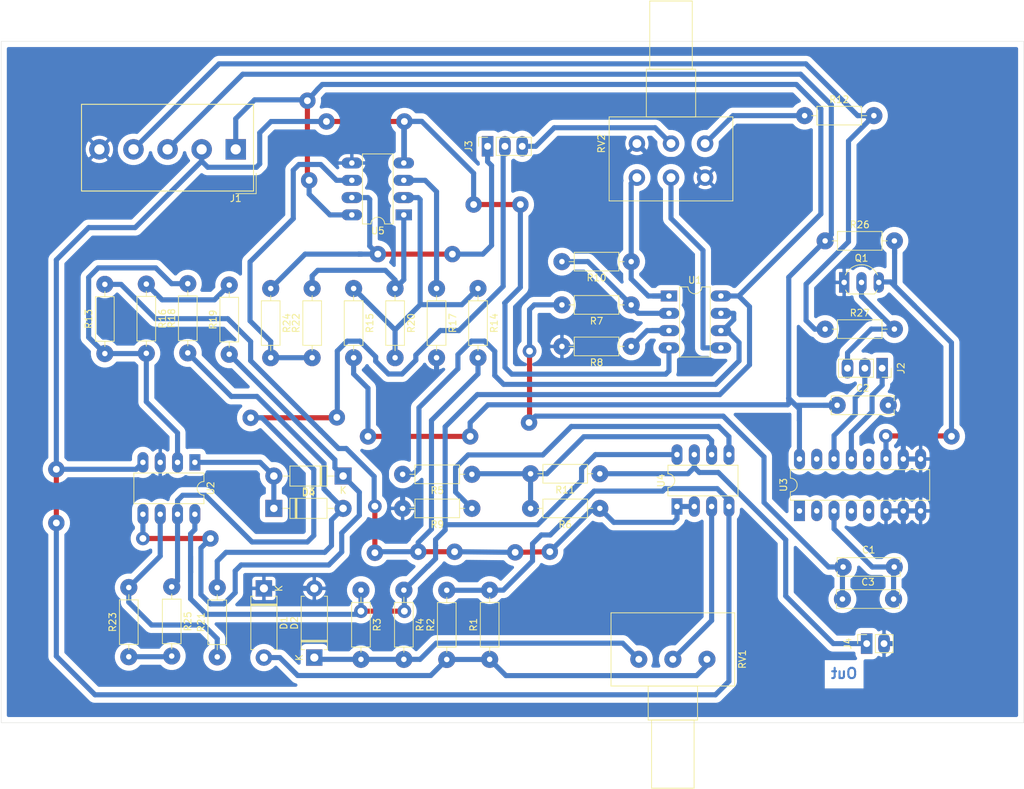
<source format=kicad_pcb>
(kicad_pcb (version 20171130) (host pcbnew "(5.1.6)-1")
  (layers (0 F.Cu signal) (31 B.Cu signal) (34 B.Paste user) (35 F.Paste user) (36 B.SilkS user) (37 F.SilkS user) (38 B.Mask user) (39 F.Mask user) (44 Edge.Cuts user))
  (net 0 "")
  (net 1 "Net-(C1-Pad1)")
  (net 2 /Input)
  (net 3 GND)
  (net 4 "Net-(D1-Pad2)")
  (net 5 "Net-(D2-Pad1)")
  (net 6 "Net-(D3-Pad2)")
  (net 7 "Net-(D3-Pad1)")
  (net 8 "Net-(D4-Pad1)")
  (net 9 /-12V)
  (net 10 /+12V)
  (net 11 /+5V)
  (net 12 /+3.3V)
  (net 13 /PolarityDac)
  (net 14 /OffsetDac)
  (net 15 /AmpDac)
  (net 16 /Output)
  (net 17 /AmpOut)
  (net 18 "Net-(R11-Pad2)")
  (net 19 /OffsetOut)
  (net 20 "Net-(R10-Pad2)")
  (net 21 "Net-(R8-Pad1)")
  (net 22 "Net-(R9-Pad1)")
  (net 23 "Net-(R10-Pad1)")
  (net 24 "Net-(R12-Pad1)")
  (net 25 "Net-(R13-Pad1)")
  (net 26 "Net-(R14-Pad1)")
  (net 27 "Net-(R16-Pad1)")
  (net 28 "Net-(R17-Pad1)")
  (net 29 "Net-(R20-Pad1)")
  (net 30 "Net-(R21-Pad1)")
  (net 31 "Net-(R22-Pad1)")
  (net 32 "Net-(R23-Pad1)")
  (net 33 "Net-(RV1-Pad2)")
  (net 34 "Net-(RV2-Pad5)")
  (net 35 /PWMInput)
  (net 36 /DACInput)
  (net 37 /A)
  (net 38 "Net-(U3-Pad4)")
  (net 39 "Net-(U3-Pad12)")
  (net 40 "Net-(U3-Pad5)")
  (net 41 "Net-(U3-Pad15)")
  (net 42 /ChSelect)
  (net 43 "Net-(U3-Pad2)")
  (net 44 "Net-(U3-Pad1)")
  (module Capacitor_THT:C_Rect_L9.0mm_W2.5mm_P7.50mm_MKT (layer F.Cu) (at 200.406 117.856)
    (fp_text reference C3 (at 3.75 -2.5) (layer F.SilkS))
    (fp_text value 100nF)
    (pad 2 thru_hole circle (at 7.5 0) (size 2.5 2.5) (drill 0.8) (layers *.Cu *.Mask) (net 2 /Input))
    (pad 1 thru_hole circle (at 0 0) (size 2.5 2.5) (drill 0.8) (layers *.Cu *.Mask) (net 1 "Net-(C1-Pad1)"))
  )
  (module Resistor_THT:R_Axial_DIN0207_L6.3mm_D2.5mm_P10.16mm_Horizontal (layer F.Cu) (at 95.719 126.323 90)
    (fp_text reference R23 (at 5.08 -2.37 90) (layer F.SilkS))
    (fp_text value 3.3k)
    (pad 1 thru_hole circle (at 0 0 90) (size 2.5 2.5) (drill 0.8) (layers *.Cu *.Mask) (net 32 "Net-(R23-Pad1)"))
    (pad 2 thru_hole oval (at 10.16 0 90) (size 2.5 2.5) (drill 0.8) (layers *.Cu *.Mask) (net 30 "Net-(R21-Pad1)"))
  )
  (module Resistor_THT:R_Axial_DIN0207_L6.3mm_D2.5mm_P10.16mm_Horizontal (layer F.Cu) (at 102.013 116.063 270)
    (fp_text reference R25 (at 5.08 -2.37 90) (layer F.SilkS))
    (fp_text value 2.7k)
    (pad 2 thru_hole oval (at 10.16 0 270) (size 2.5 2.5) (drill 0.8) (layers *.Cu *.Mask) (net 32 "Net-(R23-Pad1)"))
    (pad 1 thru_hole circle (at 0 0 270) (size 2.5 2.5) (drill 0.8) (layers *.Cu *.Mask) (net 14 /OffsetDac))
  )
  (module Resistor_THT:R_Axial_DIN0207_L6.3mm_D2.5mm_P10.16mm_Horizontal (layer F.Cu) (at 197.866 78.232)
    (fp_text reference R27 (at 5.08 -2.37) (layer F.SilkS))
    (fp_text value 10k)
    (pad 2 thru_hole oval (at 10.16 0) (size 2.5 2.5) (drill 0.8) (layers *.Cu *.Mask) (net 42 /ChSelect))
    (pad 1 thru_hole circle (at 0 0) (size 2.5 2.5) (drill 0.8) (layers *.Cu *.Mask) (net 12 /+3.3V))
  )
  (module Package_TO_SOT_THT:TO-92L_Inline_Wide (layer F.Cu) (at 200.66 71.374)
    (fp_text reference Q1 (at 2.54 -3.56) (layer F.SilkS))
    (fp_text value BF245B)
    (pad 1 thru_hole rect (at 0 0) (size 1.5 3) (drill 0.8) (layers *.Cu *.Mask) (net 3 GND))
    (pad 3 thru_hole oval (at 5.08 0) (size 1.5 3) (drill 0.8) (layers *.Cu *.Mask) (net 37 /A))
    (pad 2 thru_hole oval (at 2.54 0) (size 1.5 3) (drill 0.8) (layers *.Cu *.Mask) (net 42 /ChSelect))
  )
  (module Resistor_THT:R_Axial_DIN0207_L6.3mm_D2.5mm_P10.16mm_Horizontal (layer F.Cu) (at 197.866 65.278)
    (fp_text reference R26 (at 5.08 -2.37) (layer F.SilkS))
    (fp_text value 10k)
    (pad 2 thru_hole oval (at 10.16 0) (size 2.5 2.5) (drill 0.8) (layers *.Cu *.Mask) (net 37 /A))
    (pad 1 thru_hole circle (at 0 0) (size 2.5 2.5) (drill 0.8) (layers *.Cu *.Mask) (net 11 /+5V))
  )
  (module Connector_PinSocket_2.54mm:PinSocket_1x03_P2.54mm_Vertical (layer F.Cu) (at 206.232 83.972 270)
    (fp_text reference J2 (at 0 -2.77 90) (layer F.SilkS))
    (fp_text value Conn_01x03_Male)
    (pad 3 thru_hole oval (at 0 5.08 270) (size 3 1.7) (drill 1) (layers *.Cu *.Mask) (net 42 /ChSelect))
    (pad 2 thru_hole oval (at 0 2.54 270) (size 3 1.7) (drill 1) (layers *.Cu *.Mask) (net 35 /PWMInput))
    (pad 1 thru_hole rect (at 0 0 270) (size 3 1.7) (drill 1) (layers *.Cu *.Mask) (net 36 /DACInput))
  )
  (module Connector_PinSocket_2.54mm:PinSocket_1x02_P2.54mm_Vertical (layer F.Cu) (at 203.967 124.397 90)
    (fp_text reference J4 (at 0 -2.77 90) (layer F.SilkS))
    (fp_text value Conn_01x02_Male)
    (pad 2 thru_hole oval (at 0 2.54 90) (size 3 1.7) (drill 1) (layers *.Cu *.Mask) (net 3 GND))
    (pad 1 thru_hole rect (at 0 0 90) (size 3 1.7) (drill 1) (layers *.Cu *.Mask) (net 16 /Output))
  )
  (module Connector_PinSocket_2.54mm:PinSocket_1x03_P2.54mm_Vertical (layer F.Cu) (at 148.352 51.397 90)
    (fp_text reference J3 (at 0 -2.77 90) (layer F.SilkS))
    (fp_text value Conn_01x03_Male)
    (pad 3 thru_hole oval (at 0 5.08 90) (size 3 1.7) (drill 1) (layers *.Cu *.Mask) (net 15 /AmpDac))
    (pad 2 thru_hole oval (at 0 2.54 90) (size 3 1.7) (drill 1) (layers *.Cu *.Mask) (net 14 /OffsetDac))
    (pad 1 thru_hole rect (at 0 0 90) (size 3 1.7) (drill 1) (layers *.Cu *.Mask) (net 13 /PolarityDac))
  )
  (module Package_DIP:DIP-16_W7.62mm_LongPads (layer F.Cu) (at 194.097 104.917 90)
    (fp_text reference U3 (at 3.81 -2.33 90) (layer F.SilkS))
    (fp_text value CD4051B)
    (pad 16 thru_hole oval (at 7.62 0 90) (size 3 1.6) (drill 0.8) (layers *.Cu *.Mask) (net 11 /+5V))
    (pad 8 thru_hole oval (at 0 17.78 90) (size 3 1.6) (drill 0.8) (layers *.Cu *.Mask) (net 3 GND))
    (pad 15 thru_hole oval (at 7.62 2.54 90) (size 3 1.6) (drill 0.8) (layers *.Cu *.Mask) (net 41 "Net-(U3-Pad15)"))
    (pad 7 thru_hole oval (at 0 15.24 90) (size 3 1.6) (drill 0.8) (layers *.Cu *.Mask) (net 3 GND))
    (pad 14 thru_hole oval (at 7.62 5.08 90) (size 3 1.6) (drill 0.8) (layers *.Cu *.Mask) (net 35 /PWMInput))
    (pad 6 thru_hole oval (at 0 12.7 90) (size 3 1.6) (drill 0.8) (layers *.Cu *.Mask) (net 3 GND))
    (pad 13 thru_hole oval (at 7.62 7.62 90) (size 3 1.6) (drill 0.8) (layers *.Cu *.Mask) (net 36 /DACInput))
    (pad 5 thru_hole oval (at 0 10.16 90) (size 3 1.6) (drill 0.8) (layers *.Cu *.Mask) (net 40 "Net-(U3-Pad5)"))
    (pad 12 thru_hole oval (at 7.62 10.16 90) (size 3 1.6) (drill 0.8) (layers *.Cu *.Mask) (net 39 "Net-(U3-Pad12)"))
    (pad 4 thru_hole oval (at 0 7.62 90) (size 3 1.6) (drill 0.8) (layers *.Cu *.Mask) (net 38 "Net-(U3-Pad4)"))
    (pad 11 thru_hole oval (at 7.62 12.7 90) (size 3 1.6) (drill 0.8) (layers *.Cu *.Mask) (net 37 /A))
    (pad 3 thru_hole oval (at 0 5.08 90) (size 3 1.6) (drill 0.8) (layers *.Cu *.Mask) (net 2 /Input))
    (pad 10 thru_hole oval (at 7.62 15.24 90) (size 3 1.6) (drill 0.8) (layers *.Cu *.Mask) (net 3 GND))
    (pad 2 thru_hole oval (at 0 2.54 90) (size 3 1.6) (drill 0.8) (layers *.Cu *.Mask) (net 43 "Net-(U3-Pad2)"))
    (pad 9 thru_hole oval (at 7.62 17.78 90) (size 3 1.6) (drill 0.8) (layers *.Cu *.Mask) (net 3 GND))
    (pad 1 thru_hole rect (at 0 0 90) (size 3 1.6) (drill 0.8) (layers *.Cu *.Mask) (net 44 "Net-(U3-Pad1)"))
  )
  (module TerminalBlock_Altech:Altech_AK300_1x05_P5.00mm_45-Degree (layer F.Cu) (at 111.407 51.847 180)
    (fp_text reference J1 (at 0 -7.2) (layer F.SilkS))
    (fp_text value Screw_Terminal_01x05)
    (pad 1 thru_hole rect (at 0 0 180) (size 3 3) (drill 1.5) (layers *.Cu *.Mask) (net 10 /+12V))
    (pad 2 thru_hole circle (at 5 0 180) (size 3 3) (drill 1.5) (layers *.Cu *.Mask) (net 9 /-12V))
    (pad 3 thru_hole circle (at 10 0 180) (size 3 3) (drill 1.5) (layers *.Cu *.Mask) (net 11 /+5V))
    (pad 4 thru_hole circle (at 15 0 180) (size 3 3) (drill 1.5) (layers *.Cu *.Mask) (net 12 /+3.3V))
    (pad 5 thru_hole circle (at 20 0 180) (size 3 3) (drill 1.5) (layers *.Cu *.Mask) (net 3 GND))
  )
  (module Resistor_THT:R_Axial_DIN0207_L6.3mm_D2.5mm_P10.16mm_Horizontal (layer F.Cu) (at 169.418 68.326 180)
    (fp_text reference R10 (at 5.08 -2.37) (layer F.SilkS))
    (fp_text value 33k)
    (pad 1 thru_hole circle (at 0 0 180) (size 2.5 2.5) (drill 0.8) (layers *.Cu *.Mask) (net 23 "Net-(R10-Pad1)"))
    (pad 2 thru_hole oval (at 10.16 0 180) (size 2.5 2.5) (drill 0.8) (layers *.Cu *.Mask) (net 20 "Net-(R10-Pad2)"))
  )
  (module Resistor_THT:R_Axial_DIN0207_L6.3mm_D2.5mm_P10.16mm_Horizontal (layer F.Cu) (at 169.418 74.676 180)
    (fp_text reference R7 (at 5.08 -2.37) (layer F.SilkS))
    (fp_text value 5.6k)
    (pad 1 thru_hole circle (at 0 0 180) (size 2.5 2.5) (drill 0.8) (layers *.Cu *.Mask) (net 20 "Net-(R10-Pad2)"))
    (pad 2 thru_hole oval (at 10.16 0 180) (size 2.5 2.5) (drill 0.8) (layers *.Cu *.Mask) (net 1 "Net-(C1-Pad1)"))
  )
  (module Resistor_THT:R_Axial_DIN0207_L6.3mm_D2.5mm_P10.16mm_Horizontal (layer F.Cu) (at 169.418 80.772 180)
    (fp_text reference R8 (at 5.08 -2.37) (layer F.SilkS))
    (fp_text value 10k)
    (pad 2 thru_hole oval (at 10.16 0 180) (size 2.5 2.5) (drill 0.8) (layers *.Cu *.Mask) (net 3 GND))
    (pad 1 thru_hole circle (at 0 0 180) (size 2.5 2.5) (drill 0.8) (layers *.Cu *.Mask) (net 21 "Net-(R8-Pad1)"))
  )
  (module Potentiometer_THT:Potentiometer_Alps_RK163_Single_Horizontal (layer F.Cu) (at 170.532 126.697 270)
    (fp_text reference RV1 (at 0 -15.2 90) (layer F.SilkS))
    (fp_text value 10k)
    (pad 1 thru_hole circle (at 0 0 270) (size 2.5 2.5) (drill 1) (layers *.Cu *.Mask) (net 5 "Net-(D2-Pad1)"))
    (pad 2 thru_hole circle (at 0 -5 270) (size 2.5 2.5) (drill 1) (layers *.Cu *.Mask) (net 33 "Net-(RV1-Pad2)"))
    (pad 3 thru_hole circle (at 0 -10 270) (size 2.5 2.5) (drill 1) (layers *.Cu *.Mask) (net 4 "Net-(D1-Pad2)"))
  )
  (module Potentiometer_THT:Potentiometer_Alps_RK163_Dual_Horizontal (layer F.Cu) (at 180.257 50.997 90)
    (fp_text reference RV2 (at 0 -15.2 90) (layer F.SilkS))
    (fp_text value 100k)
    (pad 4 thru_hole circle (at -5 0 90) (size 2.4 2.4) (drill 1.3) (layers *.Cu *.Mask) (net 3 GND))
    (pad 5 thru_hole circle (at -5 -5 90) (size 2.4 2.4) (drill 1.3) (layers *.Cu *.Mask) (net 34 "Net-(RV2-Pad5)"))
    (pad 6 thru_hole circle (at -5 -10 90) (size 2.4 2.4) (drill 1.3) (layers *.Cu *.Mask) (net 23 "Net-(R10-Pad1)"))
    (pad 1 thru_hole circle (at 0 0 90) (size 2.4 2.4) (drill 1.3) (layers *.Cu *.Mask) (net 24 "Net-(R12-Pad1)"))
    (pad 2 thru_hole circle (at 0 -5 90) (size 2.4 2.4) (drill 1.3) (layers *.Cu *.Mask) (net 15 /AmpDac))
    (pad 3 thru_hole circle (at 0 -10 90) (size 2.4 2.4) (drill 1.3) (layers *.Cu *.Mask) (net 3 GND))
  )
  (module Resistor_THT:R_Axial_DIN0207_L6.3mm_D2.5mm_P10.16mm_Horizontal (layer F.Cu) (at 146.049 104.547 180)
    (fp_text reference R9 (at 5.08 -2.37) (layer F.SilkS))
    (fp_text value 10k)
    (pad 2 thru_hole oval (at 10.16 0 180) (size 2.5 2.5) (drill 0.8) (layers *.Cu *.Mask) (net 3 GND))
    (pad 1 thru_hole circle (at 0 0 180) (size 2.5 2.5) (drill 0.8) (layers *.Cu *.Mask) (net 22 "Net-(R9-Pad1)"))
  )
  (module Resistor_THT:R_Axial_DIN0207_L6.3mm_D2.5mm_P10.16mm_Horizontal (layer F.Cu) (at 164.817 99.4637 180)
    (fp_text reference R11 (at 5.08 -2.37) (layer F.SilkS))
    (fp_text value 10k)
    (pad 1 thru_hole circle (at 0 0 180) (size 2.5 2.5) (drill 0.8) (layers *.Cu *.Mask) (net 16 /Output))
    (pad 2 thru_hole oval (at 10.16 0 180) (size 2.5 2.5) (drill 0.8) (layers *.Cu *.Mask) (net 18 "Net-(R11-Pad2)"))
  )
  (module Resistor_THT:R_Axial_DIN0207_L6.3mm_D2.5mm_P10.16mm_Horizontal (layer F.Cu) (at 146.049 99.547 180)
    (fp_text reference R5 (at 5.08 -2.37) (layer F.SilkS))
    (fp_text value 10k)
    (pad 1 thru_hole circle (at 0 0 180) (size 2.5 2.5) (drill 0.8) (layers *.Cu *.Mask) (net 18 "Net-(R11-Pad2)"))
    (pad 2 thru_hole oval (at 10.16 0 180) (size 2.5 2.5) (drill 0.8) (layers *.Cu *.Mask) (net 17 /AmpOut))
  )
  (module Diode_THT:D_DO-15_P10.16mm_Horizontal (layer F.Cu) (at 115.538 116.287 270)
    (fp_text reference D1 (at 5.08 -2.92 270) (layer F.SilkS))
    (fp_text value D_Zener)
    (fp_text user K (at 0 -2.2 270) (layer F.SilkS))
    (pad 1 thru_hole rect (at 0 0 270) (size 2.4 2.4) (drill 1.2) (layers *.Cu *.Mask) (net 3 GND))
    (pad 2 thru_hole oval (at 10.16 0 270) (size 2.4 2.4) (drill 1.2) (layers *.Cu *.Mask) (net 4 "Net-(D1-Pad2)"))
  )
  (module Diode_THT:D_DO-15_P10.16mm_Horizontal (layer F.Cu) (at 122.932 126.447 90)
    (fp_text reference D2 (at 5.08 -2.92 270) (layer F.SilkS))
    (fp_text value D_Zener)
    (fp_text user K (at 0 -2.2 270) (layer F.SilkS))
    (pad 2 thru_hole oval (at 10.16 0 90) (size 2.4 2.4) (drill 1.2) (layers *.Cu *.Mask) (net 3 GND))
    (pad 1 thru_hole rect (at 0 0 90) (size 2.4 2.4) (drill 1.2) (layers *.Cu *.Mask) (net 5 "Net-(D2-Pad1)"))
  )
  (module Diode_THT:D_DO-41_SOD81_P10.16mm_Horizontal (layer F.Cu) (at 116.997 104.547)
    (fp_text reference D3 (at 5.08 -2.47) (layer F.SilkS))
    (fp_text value 1N4007)
    (pad 1 thru_hole rect (at 0 0) (size 2.5 2.5) (drill 1.1) (layers *.Cu *.Mask) (net 7 "Net-(D3-Pad1)"))
    (pad 2 thru_hole oval (at 10.16 0) (size 2.5 2.5) (drill 1.1) (layers *.Cu *.Mask) (net 6 "Net-(D3-Pad2)"))
  )
  (module Diode_THT:D_DO-41_SOD81_P10.16mm_Horizontal (layer F.Cu) (at 127.157 99.797 180)
    (fp_text reference D4 (at 5.08 -2.47) (layer F.SilkS))
    (fp_text value 1N4007)
    (fp_text user K (at 0 -2.1) (layer F.SilkS))
    (pad 2 thru_hole oval (at 10.16 0 180) (size 2.5 2.5) (drill 1.1) (layers *.Cu *.Mask) (net 7 "Net-(D3-Pad1)"))
    (pad 1 thru_hole rect (at 0 0 180) (size 2.5 2.5) (drill 1.1) (layers *.Cu *.Mask) (net 8 "Net-(D4-Pad1)"))
  )
  (module Resistor_THT:R_Axial_DIN0207_L6.3mm_D2.5mm_P10.16mm_Horizontal (layer F.Cu) (at 148.657 126.707 90)
    (fp_text reference R1 (at 5.08 -2.37 270) (layer F.SilkS))
    (fp_text value 8.2k)
    (pad 2 thru_hole oval (at 10.16 0 90) (size 2.5 2.5) (drill 0.8) (layers *.Cu *.Mask) (net 9 /-12V))
    (pad 1 thru_hole circle (at 0 0 90) (size 2.5 2.5) (drill 0.8) (layers *.Cu *.Mask) (net 4 "Net-(D1-Pad2)"))
  )
  (module Resistor_THT:R_Axial_DIN0207_L6.3mm_D2.5mm_P10.16mm_Horizontal (layer F.Cu) (at 142.363 126.725 90)
    (fp_text reference R2 (at 5.08 -2.37 270) (layer F.SilkS))
    (fp_text value 47k)
    (pad 1 thru_hole circle (at 0 0 90) (size 2.5 2.5) (drill 0.8) (layers *.Cu *.Mask) (net 4 "Net-(D1-Pad2)"))
    (pad 2 thru_hole oval (at 10.16 0 90) (size 2.5 2.5) (drill 0.8) (layers *.Cu *.Mask) (net 9 /-12V))
  )
  (module Resistor_THT:R_Axial_DIN0207_L6.3mm_D2.5mm_P10.16mm_Horizontal (layer F.Cu) (at 129.776 116.547 270)
    (fp_text reference R3 (at 5.08 -2.37 270) (layer F.SilkS))
    (fp_text value 8.2k)
    (pad 1 thru_hole circle (at 0 0 270) (size 2.5 2.5) (drill 0.8) (layers *.Cu *.Mask) (net 10 /+12V))
    (pad 2 thru_hole oval (at 10.16 0 270) (size 2.5 2.5) (drill 0.8) (layers *.Cu *.Mask) (net 5 "Net-(D2-Pad1)"))
  )
  (module Resistor_THT:R_Axial_DIN0207_L6.3mm_D2.5mm_P10.16mm_Horizontal (layer F.Cu) (at 136.069 116.547 270)
    (fp_text reference R4 (at 5.08 -2.37 270) (layer F.SilkS))
    (fp_text value 47k)
    (pad 2 thru_hole oval (at 10.16 0 270) (size 2.5 2.5) (drill 0.8) (layers *.Cu *.Mask) (net 5 "Net-(D2-Pad1)"))
    (pad 1 thru_hole circle (at 0 0 270) (size 2.5 2.5) (drill 0.8) (layers *.Cu *.Mask) (net 10 /+12V))
  )
  (module Resistor_THT:R_Axial_DIN0207_L6.3mm_D2.5mm_P10.16mm_Horizontal (layer F.Cu) (at 164.817 104.547 180)
    (fp_text reference R6 (at 5.08 -2.37) (layer F.SilkS))
    (fp_text value 10k)
    (pad 2 thru_hole oval (at 10.16 0 180) (size 2.5 2.5) (drill 0.8) (layers *.Cu *.Mask) (net 18 "Net-(R11-Pad2)"))
    (pad 1 thru_hole circle (at 0 0 180) (size 2.5 2.5) (drill 0.8) (layers *.Cu *.Mask) (net 19 /OffsetOut))
  )
  (module Resistor_THT:R_Axial_DIN0207_L6.3mm_D2.5mm_P10.16mm_Horizontal (layer F.Cu) (at 194.857 46.897)
    (fp_text reference R12 (at 5.08 -2.37) (layer F.SilkS))
    (fp_text value 10k)
    (pad 2 thru_hole oval (at 10.16 0) (size 2.5 2.5) (drill 0.8) (layers *.Cu *.Mask) (net 12 /+3.3V))
    (pad 1 thru_hole circle (at 0 0) (size 2.5 2.5) (drill 0.8) (layers *.Cu *.Mask) (net 24 "Net-(R12-Pad1)"))
  )
  (module Resistor_THT:R_Axial_DIN0207_L6.3mm_D2.5mm_P10.16mm_Horizontal (layer F.Cu) (at 92.207 81.822 90)
    (fp_text reference R13 (at 5.08 -2.37 90) (layer F.SilkS))
    (fp_text value 10k)
    (pad 2 thru_hole oval (at 10.16 0 90) (size 2.5 2.5) (drill 0.8) (layers *.Cu *.Mask) (net 19 /OffsetOut))
    (pad 1 thru_hole circle (at 0 0 90) (size 2.5 2.5) (drill 0.8) (layers *.Cu *.Mask) (net 25 "Net-(R13-Pad1)"))
  )
  (module Resistor_THT:R_Axial_DIN0207_L6.3mm_D2.5mm_P10.16mm_Horizontal (layer F.Cu) (at 146.947 72.2694 270)
    (fp_text reference R14 (at 5.08 -2.37 90) (layer F.SilkS))
    (fp_text value 33k)
    (pad 1 thru_hole circle (at 0 0 270) (size 2.5 2.5) (drill 0.8) (layers *.Cu *.Mask) (net 26 "Net-(R14-Pad1)"))
    (pad 2 thru_hole oval (at 10.16 0 270) (size 2.5 2.5) (drill 0.8) (layers *.Cu *.Mask) (net 19 /OffsetOut))
  )
  (module Resistor_THT:R_Axial_DIN0207_L6.3mm_D2.5mm_P10.16mm_Horizontal (layer F.Cu) (at 128.7 72.2694 270)
    (fp_text reference R15 (at 5.08 -2.37 90) (layer F.SilkS))
    (fp_text value 33k)
    (pad 2 thru_hole oval (at 10.16 0 270) (size 2.5 2.5) (drill 0.8) (layers *.Cu *.Mask) (net 11 /+5V))
    (pad 1 thru_hole circle (at 0 0 270) (size 2.5 2.5) (drill 0.8) (layers *.Cu *.Mask) (net 26 "Net-(R14-Pad1)"))
  )
  (module Resistor_THT:R_Axial_DIN0207_L6.3mm_D2.5mm_P10.16mm_Horizontal (layer F.Cu) (at 98.2892 71.622 270)
    (fp_text reference R16 (at 5.08 -2.37 90) (layer F.SilkS))
    (fp_text value 3.3k)
    (pad 2 thru_hole oval (at 10.16 0 270) (size 2.5 2.5) (drill 0.8) (layers *.Cu *.Mask) (net 25 "Net-(R13-Pad1)"))
    (pad 1 thru_hole circle (at 0 0 270) (size 2.5 2.5) (drill 0.8) (layers *.Cu *.Mask) (net 27 "Net-(R16-Pad1)"))
  )
  (module Resistor_THT:R_Axial_DIN0207_L6.3mm_D2.5mm_P10.16mm_Horizontal (layer F.Cu) (at 140.865 72.2694 270)
    (fp_text reference R17 (at 5.08 -2.37 90) (layer F.SilkS))
    (fp_text value 10k)
    (pad 2 thru_hole oval (at 10.16 0 270) (size 2.5 2.5) (drill 0.8) (layers *.Cu *.Mask) (net 3 GND))
    (pad 1 thru_hole circle (at 0 0 270) (size 2.5 2.5) (drill 0.8) (layers *.Cu *.Mask) (net 28 "Net-(R17-Pad1)"))
  )
  (module Resistor_THT:R_Axial_DIN0207_L6.3mm_D2.5mm_P10.16mm_Horizontal (layer F.Cu) (at 104.371 81.722 90)
    (fp_text reference R18 (at 5.08 -2.37 90) (layer F.SilkS))
    (fp_text value 10k)
    (pad 1 thru_hole circle (at 0 0 90) (size 2.5 2.5) (drill 0.8) (layers *.Cu *.Mask) (net 6 "Net-(D3-Pad2)"))
    (pad 2 thru_hole oval (at 10.16 0 90) (size 2.5 2.5) (drill 0.8) (layers *.Cu *.Mask) (net 25 "Net-(R13-Pad1)"))
  )
  (module Resistor_THT:R_Axial_DIN0207_L6.3mm_D2.5mm_P10.16mm_Horizontal (layer F.Cu) (at 110.454 81.922 90)
    (fp_text reference R19 (at 5.08 -2.37 90) (layer F.SilkS))
    (fp_text value 2.7k)
    (pad 1 thru_hole circle (at 0 0 90) (size 2.5 2.5) (drill 0.8) (layers *.Cu *.Mask) (net 8 "Net-(D4-Pad1)"))
    (pad 2 thru_hole oval (at 10.16 0 90) (size 2.5 2.5) (drill 0.8) (layers *.Cu *.Mask) (net 27 "Net-(R16-Pad1)"))
  )
  (module Resistor_THT:R_Axial_DIN0207_L6.3mm_D2.5mm_P10.16mm_Horizontal (layer F.Cu) (at 134.783 72.2694 270)
    (fp_text reference R20 (at 5.08 -2.37 90) (layer F.SilkS))
    (fp_text value 10k)
    (pad 1 thru_hole circle (at 0 0 270) (size 2.5 2.5) (drill 0.8) (layers *.Cu *.Mask) (net 29 "Net-(R20-Pad1)"))
    (pad 2 thru_hole oval (at 10.16 0 270) (size 2.5 2.5) (drill 0.8) (layers *.Cu *.Mask) (net 26 "Net-(R14-Pad1)"))
  )
  (module Resistor_THT:R_Axial_DIN0207_L6.3mm_D2.5mm_P10.16mm_Horizontal (layer F.Cu) (at 108.695 126.343 90)
    (fp_text reference R21 (at 5.08 -2.37 90) (layer F.SilkS))
    (fp_text value 10k)
    (pad 1 thru_hole circle (at 0 0 90) (size 2.5 2.5) (drill 0.8) (layers *.Cu *.Mask) (net 30 "Net-(R21-Pad1)"))
    (pad 2 thru_hole oval (at 10.16 0 90) (size 2.5 2.5) (drill 0.8) (layers *.Cu *.Mask) (net 6 "Net-(D3-Pad2)"))
  )
  (module Resistor_THT:R_Axial_DIN0207_L6.3mm_D2.5mm_P10.16mm_Horizontal (layer F.Cu) (at 122.618 82.4294 90)
    (fp_text reference R22 (at 5.08 -2.37 90) (layer F.SilkS))
    (fp_text value 10k)
    (pad 1 thru_hole circle (at 0 0 90) (size 2.5 2.5) (drill 0.8) (layers *.Cu *.Mask) (net 31 "Net-(R22-Pad1)"))
    (pad 2 thru_hole oval (at 10.16 0 90) (size 2.5 2.5) (drill 0.8) (layers *.Cu *.Mask) (net 29 "Net-(R20-Pad1)"))
  )
  (module Resistor_THT:R_Axial_DIN0207_L6.3mm_D2.5mm_P10.16mm_Horizontal (layer F.Cu) (at 116.536 72.2694 270)
    (fp_text reference R24 (at 5.08 -2.37 90) (layer F.SilkS))
    (fp_text value 10k)
    (pad 2 thru_hole oval (at 10.16 0 270) (size 2.5 2.5) (drill 0.8) (layers *.Cu *.Mask) (net 31 "Net-(R22-Pad1)"))
    (pad 1 thru_hole circle (at 0 0 270) (size 2.5 2.5) (drill 0.8) (layers *.Cu *.Mask) (net 13 /PolarityDac))
  )
  (module Package_DIP:DIP-8_W7.62mm_LongPads (layer F.Cu) (at 174.96 73.3709)
    (fp_text reference U1 (at 3.81 -2.33) (layer F.SilkS))
    (fp_text value TL072)
    (pad 8 thru_hole oval (at 7.62 0) (size 3 1.6) (drill 0.8) (layers *.Cu *.Mask) (net 10 /+12V))
    (pad 4 thru_hole oval (at 0 7.62) (size 3 1.6) (drill 0.8) (layers *.Cu *.Mask) (net 9 /-12V))
    (pad 7 thru_hole oval (at 7.62 2.54) (size 3 1.6) (drill 0.8) (layers *.Cu *.Mask) (net 17 /AmpOut))
    (pad 3 thru_hole oval (at 0 5.08) (size 3 1.6) (drill 0.8) (layers *.Cu *.Mask) (net 21 "Net-(R8-Pad1)"))
    (pad 6 thru_hole oval (at 7.62 5.08) (size 3 1.6) (drill 0.8) (layers *.Cu *.Mask) (net 17 /AmpOut))
    (pad 2 thru_hole oval (at 0 2.54) (size 3 1.6) (drill 0.8) (layers *.Cu *.Mask) (net 20 "Net-(R10-Pad2)"))
    (pad 5 thru_hole oval (at 7.62 7.62) (size 3 1.6) (drill 0.8) (layers *.Cu *.Mask) (net 34 "Net-(RV2-Pad5)"))
    (pad 1 thru_hole rect (at 0 0) (size 2.4 1.6) (drill 0.8) (layers *.Cu *.Mask) (net 23 "Net-(R10-Pad1)"))
  )
  (module Package_DIP:DIP-8_W7.62mm_LongPads (layer F.Cu) (at 105.41 97.79 270)
    (fp_text reference U2 (at 3.81 -2.33 90) (layer F.SilkS))
    (fp_text value TL072)
    (pad 8 thru_hole oval (at 7.62 0 270) (size 3 1.6) (drill 0.8) (layers *.Cu *.Mask) (net 10 /+12V))
    (pad 4 thru_hole oval (at 0 7.62 270) (size 3 1.6) (drill 0.8) (layers *.Cu *.Mask) (net 9 /-12V))
    (pad 7 thru_hole oval (at 7.62 2.54 270) (size 3 1.6) (drill 0.8) (layers *.Cu *.Mask) (net 14 /OffsetDac))
    (pad 3 thru_hole oval (at 0 5.08 270) (size 3 1.6) (drill 0.8) (layers *.Cu *.Mask) (net 3 GND))
    (pad 6 thru_hole oval (at 7.62 5.08 270) (size 3 1.6) (drill 0.8) (layers *.Cu *.Mask) (net 30 "Net-(R21-Pad1)"))
    (pad 2 thru_hole oval (at 0 2.54 270) (size 3 1.6) (drill 0.8) (layers *.Cu *.Mask) (net 25 "Net-(R13-Pad1)"))
    (pad 5 thru_hole oval (at 7.62 7.62 270) (size 3 1.6) (drill 0.8) (layers *.Cu *.Mask) (net 8 "Net-(D4-Pad1)"))
    (pad 1 thru_hole rect (at 0 0 270) (size 2.4 1.6) (drill 0.8) (layers *.Cu *.Mask) (net 7 "Net-(D3-Pad1)"))
  )
  (module Package_DIP:DIP-8_W7.62mm_LongPads (layer F.Cu) (at 176.137 104.272 90)
    (fp_text reference U4 (at 3.81 -2.33 90) (layer F.SilkS))
    (fp_text value TL072)
    (pad 8 thru_hole oval (at 7.62 0 90) (size 3 1.6) (drill 0.8) (layers *.Cu *.Mask) (net 10 /+12V))
    (pad 4 thru_hole oval (at 0 7.62 90) (size 3 1.6) (drill 0.8) (layers *.Cu *.Mask) (net 9 /-12V))
    (pad 7 thru_hole oval (at 7.62 2.54 90) (size 3 1.6) (drill 0.8) (layers *.Cu *.Mask) (net 16 /Output))
    (pad 3 thru_hole oval (at 0 5.08 90) (size 3 1.6) (drill 0.8) (layers *.Cu *.Mask) (net 33 "Net-(RV1-Pad2)"))
    (pad 6 thru_hole oval (at 7.62 5.08 90) (size 3 1.6) (drill 0.8) (layers *.Cu *.Mask) (net 18 "Net-(R11-Pad2)"))
    (pad 2 thru_hole oval (at 0 2.54 90) (size 3 1.6) (drill 0.8) (layers *.Cu *.Mask) (net 19 /OffsetOut))
    (pad 5 thru_hole oval (at 7.62 7.62 90) (size 3 1.6) (drill 0.8) (layers *.Cu *.Mask) (net 22 "Net-(R9-Pad1)"))
    (pad 1 thru_hole rect (at 0 0 90) (size 2.4 1.6) (drill 0.8) (layers *.Cu *.Mask) (net 19 /OffsetOut))
  )
  (module Package_DIP:DIP-8_W7.62mm_LongPads (layer F.Cu) (at 136.057 61.468 180)
    (fp_text reference U5 (at 3.81 -2.33) (layer F.SilkS))
    (fp_text value TL072)
    (pad 1 thru_hole rect (at 0 0 180) (size 2.4 1.6) (drill 0.8) (layers *.Cu *.Mask) (net 29 "Net-(R20-Pad1)"))
    (pad 5 thru_hole oval (at 7.62 7.62 180) (size 3 1.6) (drill 0.8) (layers *.Cu *.Mask) (net 3 GND))
    (pad 2 thru_hole oval (at 0 2.54 180) (size 3 1.6) (drill 0.8) (layers *.Cu *.Mask) (net 26 "Net-(R14-Pad1)"))
    (pad 6 thru_hole oval (at 7.62 5.08 180) (size 3 1.6) (drill 0.8) (layers *.Cu *.Mask) (net 31 "Net-(R22-Pad1)"))
    (pad 3 thru_hole oval (at 0 5.08 180) (size 3 1.6) (drill 0.8) (layers *.Cu *.Mask) (net 28 "Net-(R17-Pad1)"))
    (pad 7 thru_hole oval (at 7.62 2.54 180) (size 3 1.6) (drill 0.8) (layers *.Cu *.Mask) (net 13 /PolarityDac))
    (pad 4 thru_hole oval (at 0 7.62 180) (size 3 1.6) (drill 0.8) (layers *.Cu *.Mask) (net 9 /-12V))
    (pad 8 thru_hole oval (at 7.62 0 180) (size 3 1.6) (drill 0.8) (layers *.Cu *.Mask) (net 10 /+12V))
  )
  (module Capacitor_THT:C_Rect_L9.0mm_W2.5mm_P7.50mm_MKT (layer F.Cu) (at 200.507 113.147)
    (fp_text reference C1 (at 3.75 -2.5 180) (layer F.SilkS))
    (fp_text value 100n)
    (pad 1 thru_hole circle (at 0 0) (size 2.5 2.5) (drill 0.8) (layers *.Cu *.Mask) (net 1 "Net-(C1-Pad1)"))
    (pad 2 thru_hole circle (at 7.5 0) (size 2.5 2.5) (drill 0.8) (layers *.Cu *.Mask) (net 2 /Input))
  )
  (module Capacitor_THT:C_Rect_L9.0mm_W2.5mm_P7.50mm_MKT (layer F.Cu) (at 199.632 89.408)
    (fp_text reference C2 (at 3.75 -2.5 180) (layer F.SilkS))
    (fp_text value 100nF)
    (pad 2 thru_hole circle (at 7.5 0) (size 2.5 2.5) (drill 0.8) (layers *.Cu *.Mask) (net 3 GND))
    (pad 1 thru_hole circle (at 0 0) (size 2.5 2.5) (drill 0.8) (layers *.Cu *.Mask) (net 11 /+5V))
  )
  (gr_text Out (at 200.66 128.778) (layer B.Cu) (effects (font (size 1.5 1.5) (thickness 0.3)) (justify mirror)))
  (gr_line (start 227 136) (end 77 136) (layer Edge.Cuts) (width 0.05))
  (gr_line (start 227 36) (end 227 136) (layer Edge.Cuts) (width 0.05))
  (gr_line (start 77 36) (end 227 36) (layer Edge.Cuts) (width 0.05))
  (gr_line (start 77 136) (end 77 36) (layer Edge.Cuts) (width 0.05))
  (via (at 154.506719 81.459281) (size 2) (drill 1) (layers F.Cu B.Cu) (net 1))
  (segment (start 154.953238 81.9058) (end 154.506719 81.459281) (width 0.75) (layer B.Cu) (net 1))
  (via (at 154.432 91.948) (size 2.4) (drill 1) (layers F.Cu B.Cu) (net 1))
  (segment (start 154.506719 91.873281) (end 154.432 91.948) (width 0.75) (layer F.Cu) (net 1))
  (segment (start 154.506719 81.459281) (end 154.506719 91.873281) (width 0.75) (layer F.Cu) (net 1))
  (segment (start 198.3784 113.147) (end 200.507 113.147) (width 0.75) (layer B.Cu) (net 1))
  (segment (start 188.9032 103.6718) (end 198.3784 113.147) (width 0.75) (layer B.Cu) (net 1))
  (segment (start 154.432 91.948) (end 155.3753 91.0047) (width 0.75) (layer B.Cu) (net 1))
  (segment (start 155.3753 91.0047) (end 182.9191 91.0047) (width 0.75) (layer B.Cu) (net 1))
  (segment (start 182.9191 91.0047) (end 188.9032 96.9888) (width 0.75) (layer B.Cu) (net 1))
  (segment (start 188.9032 96.9888) (end 188.9032 103.6718) (width 0.75) (layer B.Cu) (net 1))
  (segment (start 154.506719 81.459281) (end 154.506719 75.363281) (width 0.75) (layer B.Cu) (net 1))
  (segment (start 155.194 74.676) (end 159.258 74.676) (width 0.75) (layer B.Cu) (net 1))
  (segment (start 154.506719 75.363281) (end 155.194 74.676) (width 0.75) (layer B.Cu) (net 1))
  (segment (start 200.406 113.248) (end 200.507 113.147) (width 0.75) (layer B.Cu) (net 1))
  (segment (start 200.406 117.348) (end 200.406 113.248) (width 0.75) (layer B.Cu) (net 1))
  (segment (start 199.177 104.917) (end 199.177 107.5423) (width 0.75) (layer B.Cu) (net 2))
  (segment (start 208.007 113.147) (end 204.7817 113.147) (width 0.75) (layer B.Cu) (net 2))
  (segment (start 204.7817 113.147) (end 199.177 107.5423) (width 0.75) (layer B.Cu) (net 2))
  (segment (start 207.906 113.248) (end 208.007 113.147) (width 0.75) (layer B.Cu) (net 2))
  (segment (start 207.906 117.856) (end 207.906 113.248) (width 0.75) (layer B.Cu) (net 2))
  (segment (start 122.932 116.287) (end 115.538 116.287) (width 0.75) (layer B.Cu) (net 3))
  (segment (start 171.1032 51.8431) (end 170.257 50.997) (width 0.75) (layer B.Cu) (net 3))
  (segment (start 177.6041 53.3224) (end 172.5824 53.3224) (width 0.75) (layer B.Cu) (net 3))
  (segment (start 172.5824 53.3224) (end 171.1032 51.8431) (width 0.75) (layer B.Cu) (net 3))
  (segment (start 177.6041 53.3224) (end 177.6041 53.3442) (width 0.75) (layer B.Cu) (net 3))
  (segment (start 177.6041 53.3442) (end 177.6042 53.3442) (width 0.75) (layer B.Cu) (net 3))
  (segment (start 177.6042 53.3442) (end 180.257 55.997) (width 0.75) (layer B.Cu) (net 3))
  (segment (start 206.797 103.6698) (end 206.797 101.147) (width 0.75) (layer B.Cu) (net 3))
  (segment (start 206.797 104.917) (end 206.797 103.6698) (width 0.75) (layer B.Cu) (net 3))
  (segment (start 206.507 124.397) (end 208.4823 124.397) (width 0.75) (layer B.Cu) (net 3))
  (segment (start 209.337 104.917) (end 209.337 110.955) (width 0.75) (layer B.Cu) (net 3))
  (segment (start 209.337 110.955) (end 210.4106 112.0286) (width 0.75) (layer B.Cu) (net 3))
  (segment (start 210.4106 112.0286) (end 210.4106 122.4687) (width 0.75) (layer B.Cu) (net 3))
  (segment (start 210.4106 122.4687) (end 208.4823 124.397) (width 0.75) (layer B.Cu) (net 3))
  (segment (start 209.337 97.297) (end 209.337 98.607) (width 0.75) (layer B.Cu) (net 3))
  (segment (start 209.337 98.607) (end 206.797 101.147) (width 0.75) (layer B.Cu) (net 3))
  (segment (start 209.337 93.477) (end 209.337 97.297) (width 0.75) (layer B.Cu) (net 3))
  (segment (start 211.877 97.297) (end 209.337 97.297) (width 0.75) (layer B.Cu) (net 3))
  (segment (start 206.797 104.917) (end 209.337 104.917) (width 0.75) (layer B.Cu) (net 3))
  (segment (start 209.337 104.917) (end 211.877 104.917) (width 0.75) (layer B.Cu) (net 3))
  (segment (start 133.5116 100.5366) (end 133.5116 92.1581) (width 0.75) (layer B.Cu) (net 3))
  (segment (start 135.1467 102.1717) (end 133.5116 100.5366) (width 0.75) (layer B.Cu) (net 3))
  (segment (start 135.889 102.1717) (end 135.1467 102.1717) (width 0.75) (layer B.Cu) (net 3))
  (segment (start 135.889 104.547) (end 135.889 102.1717) (width 0.75) (layer B.Cu) (net 3))
  (segment (start 133.5116 92.1581) (end 140.865 84.8047) (width 0.75) (layer B.Cu) (net 3))
  (segment (start 140.865 82.4294) (end 140.865 84.8047) (width 0.75) (layer B.Cu) (net 3))
  (segment (start 142.363 126.725) (end 148.639 126.725) (width 0.75) (layer B.Cu) (net 4))
  (segment (start 148.639 126.725) (end 148.657 126.707) (width 0.75) (layer B.Cu) (net 4))
  (segment (start 115.538 126.447) (end 117.8633 126.447) (width 0.75) (layer B.Cu) (net 4))
  (segment (start 117.8633 126.447) (end 120.4987 129.0824) (width 0.75) (layer B.Cu) (net 4))
  (segment (start 120.4987 129.0824) (end 140.0056 129.0824) (width 0.75) (layer B.Cu) (net 4))
  (segment (start 140.0056 129.0824) (end 142.363 126.725) (width 0.75) (layer B.Cu) (net 4))
  (segment (start 179.0056 129.0964) (end 180.532 127.57) (width 0.75) (layer B.Cu) (net 4))
  (segment (start 148.657 126.707) (end 151.0464 129.0964) (width 0.75) (layer B.Cu) (net 4))
  (segment (start 180.532 127.57) (end 180.532 126.697) (width 0.75) (layer B.Cu) (net 4))
  (segment (start 151.0464 129.0964) (end 179.0056 129.0964) (width 0.75) (layer B.Cu) (net 4))
  (segment (start 170.532 126.697) (end 168.165 124.33) (width 0.75) (layer B.Cu) (net 5))
  (segment (start 168.165 124.33) (end 140.8213 124.33) (width 0.75) (layer B.Cu) (net 5))
  (segment (start 140.8213 124.33) (end 138.4443 126.707) (width 0.75) (layer B.Cu) (net 5))
  (segment (start 129.776 126.707) (end 136.069 126.707) (width 0.75) (layer B.Cu) (net 5))
  (segment (start 136.069 126.707) (end 138.4443 126.707) (width 0.75) (layer B.Cu) (net 5))
  (segment (start 123.192 126.707) (end 122.932 126.447) (width 0.75) (layer B.Cu) (net 5))
  (segment (start 129.776 126.707) (end 123.192 126.707) (width 0.75) (layer B.Cu) (net 5))
  (segment (start 124.6085 101.9595) (end 124.6085 101.9985) (width 0.75) (layer B.Cu) (net 6))
  (segment (start 124.6085 101.9985) (end 127.157 104.547) (width 0.75) (layer B.Cu) (net 6))
  (segment (start 125.1061 102.4571) (end 124.6085 101.9595) (width 0.75) (layer B.Cu) (net 6))
  (segment (start 110.7655 88.1165) (end 104.371 81.722) (width 0.75) (layer B.Cu) (net 6))
  (segment (start 110.7655 88.1165) (end 114.527166 88.1165) (width 0.75) (layer B.Cu) (net 6))
  (segment (start 124.3545 97.943834) (end 124.3545 101.7055) (width 0.75) (layer B.Cu) (net 6))
  (segment (start 114.527166 88.1165) (end 124.3545 97.943834) (width 0.75) (layer B.Cu) (net 6))
  (segment (start 124.6085 101.9595) (end 124.3545 101.7055) (width 0.75) (layer B.Cu) (net 6))
  (segment (start 125.45369 106.25031) (end 127.157 104.547) (width 0.75) (layer B.Cu) (net 6))
  (segment (start 108.695 112.285) (end 109.982 110.998) (width 0.75) (layer B.Cu) (net 6))
  (segment (start 109.982 110.998) (end 124.46 110.998) (width 0.75) (layer B.Cu) (net 6))
  (segment (start 108.695 116.183) (end 108.695 112.285) (width 0.75) (layer B.Cu) (net 6))
  (segment (start 124.46 110.998) (end 125.45369 110.00431) (width 0.75) (layer B.Cu) (net 6))
  (segment (start 125.45369 110.00431) (end 125.45369 106.25031) (width 0.75) (layer B.Cu) (net 6))
  (segment (start 116.997 104.547) (end 116.997 99.797) (width 0.75) (layer B.Cu) (net 7))
  (segment (start 114.99 97.79) (end 116.997 99.797) (width 0.75) (layer B.Cu) (net 7))
  (segment (start 105.41 97.79) (end 114.99 97.79) (width 0.75) (layer B.Cu) (net 7))
  (segment (start 125.9537 97.4217) (end 110.454 81.922) (width 0.75) (layer B.Cu) (net 8))
  (segment (start 97.79 105.41) (end 97.79 108.966) (width 0.75) (layer B.Cu) (net 8))
  (via (at 97.79 108.966) (size 2) (drill 1) (layers F.Cu B.Cu) (net 8))
  (via (at 107.696 108.966) (size 2.4) (drill 1) (layers F.Cu B.Cu) (net 8))
  (segment (start 97.79 108.966) (end 107.696 108.966) (width 0.75) (layer F.Cu) (net 8))
  (segment (start 125.9537 98.5937) (end 127.157 99.797) (width 0.75) (layer B.Cu) (net 8))
  (segment (start 125.9537 97.4217) (end 125.9537 98.5937) (width 0.75) (layer B.Cu) (net 8))
  (segment (start 129.5397 105.5717) (end 129.5397 102.1797) (width 0.75) (layer B.Cu) (net 8))
  (segment (start 129.5397 102.1797) (end 127.157 99.797) (width 0.75) (layer B.Cu) (net 8))
  (segment (start 107.696 108.966) (end 106.3004 110.3616) (width 0.75) (layer B.Cu) (net 8))
  (segment (start 106.3004 110.3616) (end 106.3004 117.1858) (width 0.75) (layer B.Cu) (net 8))
  (segment (start 106.3004 117.1858) (end 107.6746 118.56) (width 0.75) (layer B.Cu) (net 8))
  (segment (start 107.6746 118.56) (end 109.6852 118.56) (width 0.75) (layer B.Cu) (net 8))
  (segment (start 109.6852 118.56) (end 111.3286 116.9166) (width 0.75) (layer B.Cu) (net 8))
  (segment (start 111.3286 116.9166) (end 111.3286 113.7154) (width 0.75) (layer B.Cu) (net 8))
  (segment (start 125.0528 112.8526) (end 126.9537 110.9517) (width 0.75) (layer B.Cu) (net 8))
  (segment (start 112.1914 112.8526) (end 125.0528 112.8526) (width 0.75) (layer B.Cu) (net 8))
  (segment (start 126.9537 108.1577) (end 129.5397 105.5717) (width 0.75) (layer B.Cu) (net 8))
  (segment (start 111.3286 113.7154) (end 112.1914 112.8526) (width 0.75) (layer B.Cu) (net 8))
  (segment (start 126.9537 110.9517) (end 126.9537 108.1577) (width 0.75) (layer B.Cu) (net 8))
  (segment (start 106.407 51.847) (end 106.407 53.5742) (width 0.75) (layer B.Cu) (net 9))
  (segment (start 96.6516 63.3296) (end 89.8324 63.3296) (width 0.75) (layer B.Cu) (net 9))
  (segment (start 106.407 53.5742) (end 96.6516 63.3296) (width 0.75) (layer B.Cu) (net 9))
  (segment (start 85.09 68.072) (end 85.09 98.806) (width 0.75) (layer B.Cu) (net 9))
  (segment (start 89.8324 63.3296) (end 85.09 68.072) (width 0.75) (layer B.Cu) (net 9))
  (via (at 85.09 98.806) (size 2.4) (drill 1) (layers F.Cu B.Cu) (net 9))
  (via (at 85.09 106.68) (size 2.4) (drill 1) (layers F.Cu B.Cu) (net 9))
  (segment (start 85.09 106.68) (end 85.09 98.806) (width 0.75) (layer F.Cu) (net 9))
  (segment (start 96.774 98.806) (end 97.79 97.79) (width 0.75) (layer B.Cu) (net 9))
  (segment (start 85.09 98.806) (end 96.774 98.806) (width 0.75) (layer B.Cu) (net 9))
  (segment (start 183.757 103.366) (end 183.757 104.272) (width 0.75) (layer B.Cu) (net 9))
  (segment (start 182.0369 101.6459) (end 183.757 103.366) (width 0.75) (layer B.Cu) (net 9))
  (segment (start 174.0454 102.0053) (end 174.4048 101.6459) (width 0.75) (layer B.Cu) (net 9))
  (segment (start 163.9812 102.0053) (end 174.0454 102.0053) (width 0.75) (layer B.Cu) (net 9))
  (segment (start 157.53959 108.44691) (end 163.9812 102.0053) (width 0.75) (layer B.Cu) (net 9))
  (segment (start 148.657 116.547) (end 150.661 116.547) (width 0.75) (layer B.Cu) (net 9))
  (segment (start 150.661 116.547) (end 154.944001 112.263999) (width 0.75) (layer B.Cu) (net 9))
  (segment (start 156.229092 108.44691) (end 157.53959 108.44691) (width 0.75) (layer B.Cu) (net 9))
  (segment (start 174.4048 101.6459) (end 182.0369 101.6459) (width 0.75) (layer B.Cu) (net 9))
  (segment (start 154.944001 112.263999) (end 154.944001 109.732001) (width 0.75) (layer B.Cu) (net 9))
  (segment (start 154.944001 109.732001) (end 156.229092 108.44691) (width 0.75) (layer B.Cu) (net 9))
  (segment (start 85.09 106.68) (end 85.09 126.238) (width 0.75) (layer B.Cu) (net 9))
  (segment (start 183.757 129.933) (end 183.757 104.272) (width 0.75) (layer B.Cu) (net 9))
  (segment (start 85.09 126.238) (end 90.7605 131.9085) (width 0.75) (layer B.Cu) (net 9))
  (segment (start 90.7605 131.9085) (end 181.7815 131.9085) (width 0.75) (layer B.Cu) (net 9))
  (segment (start 181.7815 131.9085) (end 183.757 129.933) (width 0.75) (layer B.Cu) (net 9))
  (segment (start 138.6823 47.727) (end 136.057 47.727) (width 0.75) (layer B.Cu) (net 9))
  (segment (start 136.057 53.848) (end 136.057 47.727) (width 0.75) (layer B.Cu) (net 9))
  (via (at 136.144 47.752) (size 2.4) (drill 1) (layers F.Cu B.Cu) (net 9))
  (segment (start 136.144 47.752) (end 138.7073 47.752) (width 0.75) (layer B.Cu) (net 9))
  (segment (start 136.144 53.761) (end 136.057 53.848) (width 0.75) (layer B.Cu) (net 9))
  (segment (start 136.144 47.752) (end 136.144 53.761) (width 0.75) (layer B.Cu) (net 9))
  (segment (start 124.714 47.752) (end 136.144 47.752) (width 0.75) (layer F.Cu) (net 9))
  (via (at 124.714 47.752) (size 2.4) (drill 1) (layers F.Cu B.Cu) (net 9))
  (segment (start 124.714 47.752) (end 116.586 47.752) (width 0.75) (layer B.Cu) (net 9))
  (segment (start 116.586 47.752) (end 114.9244 49.4136) (width 0.75) (layer B.Cu) (net 9))
  (segment (start 114.4376 54.4724) (end 107.3052 54.4724) (width 0.75) (layer B.Cu) (net 9))
  (segment (start 114.9244 49.4136) (end 114.9244 53.9856) (width 0.75) (layer B.Cu) (net 9))
  (segment (start 107.3052 54.4724) (end 106.407 53.5742) (width 0.75) (layer B.Cu) (net 9))
  (segment (start 114.9244 53.9856) (end 114.4376 54.4724) (width 0.75) (layer B.Cu) (net 9))
  (via (at 146.304 59.944) (size 2.4) (drill 1) (layers F.Cu B.Cu) (net 9))
  (segment (start 146.304 59.944) (end 153.162 59.944) (width 0.75) (layer F.Cu) (net 9))
  (via (at 153.162 59.944) (size 2.4) (drill 1) (layers F.Cu B.Cu) (net 9))
  (segment (start 174.49133 84.84267) (end 174.96 84.374) (width 0.75) (layer B.Cu) (net 9))
  (segment (start 151.89867 84.84267) (end 174.49133 84.84267) (width 0.75) (layer B.Cu) (net 9))
  (segment (start 153.162 59.944) (end 153.162 72.098) (width 0.75) (layer B.Cu) (net 9))
  (segment (start 153.162 72.098) (end 150.857 74.403) (width 0.75) (layer B.Cu) (net 9))
  (segment (start 150.90346 83.84746) (end 151.89867 84.84267) (width 0.75) (layer B.Cu) (net 9))
  (segment (start 150.857 74.403) (end 150.90346 74.44946) (width 0.75) (layer B.Cu) (net 9))
  (segment (start 174.96 84.374) (end 174.96 80.9909) (width 0.75) (layer B.Cu) (net 9))
  (segment (start 150.90346 74.44946) (end 150.90346 83.84746) (width 0.75) (layer B.Cu) (net 9))
  (segment (start 146.304 55.3487) (end 138.7073 47.752) (width 0.75) (layer B.Cu) (net 9))
  (segment (start 146.304 59.944) (end 146.304 55.3487) (width 0.75) (layer B.Cu) (net 9))
  (segment (start 148.639 116.565) (end 148.657 116.547) (width 0.75) (layer B.Cu) (net 9))
  (segment (start 142.363 116.565) (end 148.639 116.565) (width 0.75) (layer B.Cu) (net 9))
  (segment (start 182.58 73.3709) (end 185.2053 73.3709) (width 0.75) (layer B.Cu) (net 10))
  (segment (start 176.137 96.652) (end 164.1813 96.652) (width 0.75) (layer B.Cu) (net 10))
  (segment (start 164.1813 96.652) (end 162.1408 98.6925) (width 0.75) (layer B.Cu) (net 10))
  (segment (start 162.1408 98.6925) (end 162.1408 100.4931) (width 0.75) (layer B.Cu) (net 10))
  (segment (start 162.1408 100.4931) (end 155.687 106.9469) (width 0.75) (layer B.Cu) (net 10))
  (segment (start 155.687 106.9469) (end 142.1269 106.9469) (width 0.75) (layer B.Cu) (net 10))
  (segment (start 104.7807 108.2893) (end 104.7807 113.9247) (width 0.75) (layer B.Cu) (net 10))
  (segment (start 105.41 107.66) (end 104.7807 108.2893) (width 0.75) (layer B.Cu) (net 10))
  (segment (start 105.41 105.41) (end 105.41 107.66) (width 0.75) (layer B.Cu) (net 10))
  (segment (start 104.7807 113.9247) (end 104.7807 111.6125) (width 0.75) (layer B.Cu) (net 10))
  (segment (start 142.1269 107.720214) (end 142.1269 106.9469) (width 0.75) (layer B.Cu) (net 10))
  (segment (start 140.716 109.982) (end 140.716 109.131114) (width 0.75) (layer B.Cu) (net 10))
  (segment (start 140.720001 109.986001) (end 140.716 109.982) (width 0.75) (layer B.Cu) (net 10))
  (segment (start 140.720001 111.929001) (end 140.720001 109.986001) (width 0.75) (layer B.Cu) (net 10))
  (segment (start 140.716 109.131114) (end 142.1269 107.720214) (width 0.75) (layer B.Cu) (net 10))
  (segment (start 139.581999 113.034001) (end 136.069 116.547) (width 0.75) (layer B.Cu) (net 10))
  (segment (start 139.615001 113.034001) (end 139.581999 113.034001) (width 0.75) (layer B.Cu) (net 10))
  (segment (start 140.720001 111.929001) (end 139.615001 113.034001) (width 0.75) (layer B.Cu) (net 10))
  (segment (start 129.776 116.547) (end 129.776 119.634) (width 0.75) (layer B.Cu) (net 10))
  (via (at 129.776 119.634) (size 2) (drill 1) (layers F.Cu B.Cu) (net 10))
  (via (at 136.144 119.634) (size 2) (drill 1) (layers F.Cu B.Cu) (net 10))
  (segment (start 129.776 119.634) (end 136.144 119.634) (width 0.75) (layer F.Cu) (net 10))
  (segment (start 129.3133 120.0967) (end 129.776 119.634) (width 0.75) (layer B.Cu) (net 10))
  (segment (start 107.0542 120.0967) (end 129.3133 120.0967) (width 0.75) (layer B.Cu) (net 10))
  (segment (start 104.7807 117.8232) (end 107.0542 120.0967) (width 0.75) (layer B.Cu) (net 10))
  (segment (start 104.7807 113.9247) (end 104.7807 117.8232) (width 0.75) (layer B.Cu) (net 10))
  (segment (start 136.144 116.622) (end 136.069 116.547) (width 0.75) (layer B.Cu) (net 10))
  (segment (start 136.144 119.634) (end 136.144 116.622) (width 0.75) (layer B.Cu) (net 10))
  (segment (start 146.85331 87.84269) (end 142.1269 92.5691) (width 0.75) (layer B.Cu) (net 10))
  (segment (start 182.41331 87.84269) (end 146.85331 87.84269) (width 0.75) (layer B.Cu) (net 10))
  (segment (start 186.7747 83.4813) (end 182.41331 87.84269) (width 0.75) (layer B.Cu) (net 10))
  (segment (start 186.7747 74.9403) (end 186.7747 83.4813) (width 0.75) (layer B.Cu) (net 10))
  (segment (start 142.1269 92.5691) (end 142.1269 106.9469) (width 0.75) (layer B.Cu) (net 10))
  (segment (start 185.2053 73.3709) (end 186.7747 74.9403) (width 0.75) (layer B.Cu) (net 10))
  (segment (start 111.407 47.343) (end 111.407 51.847) (width 0.75) (layer B.Cu) (net 10))
  (segment (start 197.2407 61.3355) (end 185.2053 73.3709) (width 0.75) (layer B.Cu) (net 10))
  (segment (start 197.2407 45.914) (end 197.2407 61.3355) (width 0.75) (layer B.Cu) (net 10))
  (segment (start 121.92 44.704) (end 123.444 42.981) (width 0.75) (layer B.Cu) (net 10))
  (via (at 121.92 44.704) (size 2.4) (drill 1) (layers F.Cu B.Cu) (net 10))
  (segment (start 123.444 42.981) (end 124.1065 42.3185) (width 0.75) (layer B.Cu) (net 10))
  (segment (start 124.1065 42.3185) (end 193.6452 42.3185) (width 0.75) (layer B.Cu) (net 10))
  (segment (start 193.6452 42.3185) (end 197.2407 45.914) (width 0.75) (layer B.Cu) (net 10))
  (segment (start 121.793 44.577) (end 121.92 44.704) (width 0.75) (layer B.Cu) (net 10))
  (segment (start 114.173 44.577) (end 121.793 44.577) (width 0.75) (layer B.Cu) (net 10))
  (segment (start 114.173 44.577) (end 111.407 47.343) (width 0.75) (layer B.Cu) (net 10))
  (via (at 122.174 56.388) (size 2.4) (drill 1) (layers F.Cu B.Cu) (net 10))
  (segment (start 121.92 56.134) (end 122.174 56.388) (width 0.75) (layer F.Cu) (net 10))
  (segment (start 121.92 44.704) (end 121.92 56.134) (width 0.75) (layer F.Cu) (net 10))
  (segment (start 128.437 61.468) (end 125.222 61.468) (width 0.75) (layer B.Cu) (net 10))
  (segment (start 122.174 58.42) (end 122.174 56.388) (width 0.75) (layer B.Cu) (net 10))
  (segment (start 125.222 61.468) (end 122.174 58.42) (width 0.75) (layer B.Cu) (net 10))
  (segment (start 197.897 65.247) (end 198.7761 64.3679) (width 0.75) (layer B.Cu) (net 11))
  (segment (start 198.7761 64.3679) (end 198.7761 45.3277) (width 0.75) (layer B.Cu) (net 11))
  (segment (start 198.7761 45.3277) (end 194.2666 40.8182) (width 0.75) (layer B.Cu) (net 11))
  (segment (start 194.2666 40.8182) (end 112.4358 40.8182) (width 0.75) (layer B.Cu) (net 11))
  (segment (start 112.4358 40.8182) (end 101.407 51.847) (width 0.75) (layer B.Cu) (net 11))
  (segment (start 199.632 89.408) (end 197.618 89.408) (width 0.75) (layer B.Cu) (net 11))
  (segment (start 192.532 70.612) (end 197.866 65.278) (width 0.75) (layer B.Cu) (net 11))
  (segment (start 192.532 88.392) (end 192.532 70.612) (width 0.75) (layer B.Cu) (net 11))
  (segment (start 194.2566 89.408) (end 194.097 89.5676) (width 0.75) (layer B.Cu) (net 11))
  (segment (start 199.632 89.408) (end 194.2566 89.408) (width 0.75) (layer B.Cu) (net 11))
  (segment (start 193.548 89.408) (end 192.532 88.392) (width 0.75) (layer B.Cu) (net 11))
  (segment (start 199.632 89.408) (end 193.548 89.408) (width 0.75) (layer B.Cu) (net 11))
  (segment (start 194.097 91.653) (end 194.097 89.957) (width 0.75) (layer B.Cu) (net 11))
  (segment (start 194.097 91.653) (end 194.097 89.5676) (width 0.75) (layer B.Cu) (net 11))
  (segment (start 194.097 89.957) (end 192.532 88.392) (width 0.75) (layer B.Cu) (net 11))
  (segment (start 194.097 97.297) (end 194.097 91.653) (width 0.75) (layer B.Cu) (net 11))
  (via (at 130.81 93.98) (size 2.4) (drill 1) (layers F.Cu B.Cu) (net 11))
  (segment (start 145.796 93.98) (end 130.81 93.98) (width 0.75) (layer F.Cu) (net 11))
  (segment (start 192.532 89.1884) (end 192.532 88.392) (width 0.75) (layer B.Cu) (net 11))
  (via (at 145.796 93.98) (size 2.4) (drill 1) (layers F.Cu B.Cu) (net 11))
  (segment (start 148.4013 89.3427) (end 192.3777 89.3427) (width 0.75) (layer B.Cu) (net 11))
  (segment (start 192.3777 89.3427) (end 192.532 89.1884) (width 0.75) (layer B.Cu) (net 11))
  (segment (start 145.796 91.948) (end 148.4013 89.3427) (width 0.75) (layer B.Cu) (net 11))
  (segment (start 145.796 93.98) (end 145.796 91.948) (width 0.75) (layer B.Cu) (net 11))
  (segment (start 128.7 84.8047) (end 128.7 82.4294) (width 0.75) (layer B.Cu) (net 11))
  (segment (start 130.81 86.9147) (end 128.7 84.8047) (width 0.75) (layer B.Cu) (net 11))
  (segment (start 130.81 93.98) (end 130.81 86.9147) (width 0.75) (layer B.Cu) (net 11))
  (segment (start 205.017 46.897) (end 202.6417 46.897) (width 0.75) (layer B.Cu) (net 12))
  (segment (start 96.407 51.847) (end 108.9616 39.2924) (width 0.75) (layer B.Cu) (net 12))
  (segment (start 108.9616 39.2924) (end 195.0371 39.2924) (width 0.75) (layer B.Cu) (net 12))
  (segment (start 195.0371 39.2924) (end 202.6417 46.897) (width 0.75) (layer B.Cu) (net 12))
  (segment (start 197.866 78.232) (end 196.342 78.232) (width 0.75) (layer B.Cu) (net 12))
  (segment (start 196.342 78.232) (end 195.072 76.962) (width 0.75) (layer B.Cu) (net 12))
  (segment (start 195.072 76.962) (end 195.072 71.628) (width 0.75) (layer B.Cu) (net 12))
  (segment (start 201.295 50.619) (end 205.017 46.897) (width 0.75) (layer B.Cu) (net 12))
  (segment (start 195.072 71.628) (end 201.295 65.405) (width 0.75) (layer B.Cu) (net 12))
  (segment (start 201.295 65.405) (end 201.295 50.619) (width 0.75) (layer B.Cu) (net 12))
  (segment (start 116.536 72.2694) (end 121.5807 67.2247) (width 0.75) (layer B.Cu) (net 13))
  (segment (start 129.4547 67.2247) (end 129.8793 67.2247) (width 0.75) (layer B.Cu) (net 13))
  (segment (start 129.4547 67.2247) (end 132.2487 67.2247) (width 0.75) (layer B.Cu) (net 13))
  (segment (start 121.5807 67.2247) (end 129.4547 67.2247) (width 0.75) (layer B.Cu) (net 13))
  (via (at 132.2487 67.2247) (size 2.4) (drill 1) (layers F.Cu B.Cu) (net 13))
  (segment (start 132.2487 67.2247) (end 143.19 67.2247) (width 0.75) (layer F.Cu) (net 13))
  (via (at 143.19 67.2247) (size 2.4) (drill 1) (layers F.Cu B.Cu) (net 13))
  (segment (start 128.437 58.928) (end 130.81 58.928) (width 0.75) (layer B.Cu) (net 13))
  (segment (start 130.81 58.928) (end 131.0623 59.1803) (width 0.75) (layer B.Cu) (net 13))
  (segment (start 131.0623 66.0417) (end 131.0623 59.1803) (width 0.75) (layer B.Cu) (net 13))
  (segment (start 132.2453 67.2247) (end 131.0623 66.0417) (width 0.75) (layer B.Cu) (net 13))
  (segment (start 132.2487 67.2247) (end 132.2453 67.2247) (width 0.75) (layer B.Cu) (net 13))
  (segment (start 147.6593 67.2247) (end 143.19 67.2247) (width 0.75) (layer B.Cu) (net 13))
  (segment (start 148.352 53.647) (end 148.937001 54.232001) (width 0.75) (layer B.Cu) (net 13))
  (segment (start 148.352 51.397) (end 148.352 53.647) (width 0.75) (layer B.Cu) (net 13))
  (segment (start 148.937001 54.232001) (end 148.937001 65.946999) (width 0.75) (layer B.Cu) (net 13))
  (segment (start 148.937001 65.946999) (end 147.6593 67.2247) (width 0.75) (layer B.Cu) (net 13))
  (via (at 113.5972 91.2452) (size 2.4) (drill 1) (layers F.Cu B.Cu) (net 14))
  (via (at 126.238 91.186) (size 2.4) (drill 1) (layers F.Cu B.Cu) (net 14))
  (segment (start 113.6564 91.186) (end 113.5972 91.2452) (width 0.75) (layer F.Cu) (net 14))
  (segment (start 126.1788 91.2452) (end 126.238 91.186) (width 0.75) (layer F.Cu) (net 14))
  (segment (start 113.5972 91.2452) (end 126.1788 91.2452) (width 0.75) (layer F.Cu) (net 14))
  (segment (start 127.7454 79.9983) (end 126.3061 81.4376) (width 0.75) (layer B.Cu) (net 14))
  (segment (start 129.6378 79.9983) (end 127.7454 79.9983) (width 0.75) (layer B.Cu) (net 14))
  (segment (start 150.636999 51.652001) (end 150.636999 71.945901) (width 0.75) (layer B.Cu) (net 14))
  (segment (start 150.636999 71.945901) (end 144.1387 78.4442) (width 0.75) (layer B.Cu) (net 14))
  (segment (start 137.824 82.8005) (end 135.805 84.8195) (width 0.75) (layer B.Cu) (net 14))
  (segment (start 126.3061 90.6099) (end 125.73 91.186) (width 0.75) (layer B.Cu) (net 14))
  (segment (start 141.4154 78.4442) (end 137.824 82.0356) (width 0.75) (layer B.Cu) (net 14))
  (segment (start 144.1387 78.4442) (end 141.4154 78.4442) (width 0.75) (layer B.Cu) (net 14))
  (segment (start 131.9354 82.9481) (end 131.9354 82.2959) (width 0.75) (layer B.Cu) (net 14))
  (segment (start 126.3061 81.4376) (end 126.3061 90.6099) (width 0.75) (layer B.Cu) (net 14))
  (segment (start 150.892 51.397) (end 150.636999 51.652001) (width 0.75) (layer B.Cu) (net 14))
  (segment (start 131.9354 82.2959) (end 129.6378 79.9983) (width 0.75) (layer B.Cu) (net 14))
  (segment (start 137.824 82.0356) (end 137.824 82.8005) (width 0.75) (layer B.Cu) (net 14))
  (segment (start 135.805 84.8195) (end 133.8068 84.8195) (width 0.75) (layer B.Cu) (net 14))
  (segment (start 133.8068 84.8195) (end 131.9354 82.9481) (width 0.75) (layer B.Cu) (net 14))
  (segment (start 102.87 115.206) (end 102.87 105.41) (width 0.75) (layer B.Cu) (net 14))
  (segment (start 102.013 116.063) (end 102.87 115.206) (width 0.75) (layer B.Cu) (net 14))
  (segment (start 122.85449 108.53951) (end 122.85449 98.84289) (width 0.75) (layer B.Cu) (net 14))
  (segment (start 121.92 109.474) (end 122.85449 108.53951) (width 0.75) (layer B.Cu) (net 14))
  (segment (start 115.2568 91.2452) (end 113.5972 91.2452) (width 0.75) (layer B.Cu) (net 14))
  (segment (start 102.87 103.378) (end 103.632 102.616) (width 0.75) (layer B.Cu) (net 14))
  (segment (start 102.87 105.41) (end 102.87 103.378) (width 0.75) (layer B.Cu) (net 14))
  (segment (start 113.792 109.474) (end 121.92 109.474) (width 0.75) (layer B.Cu) (net 14))
  (segment (start 122.85449 98.84289) (end 115.2568 91.2452) (width 0.75) (layer B.Cu) (net 14))
  (segment (start 103.632 102.616) (end 106.934 102.616) (width 0.75) (layer B.Cu) (net 14))
  (segment (start 106.934 102.616) (end 113.792 109.474) (width 0.75) (layer B.Cu) (net 14))
  (segment (start 96.107 126.507) (end 94.857134 126.507) (width 0.75) (layer B.Cu) (net 32))
  (segment (start 153.432 51.397) (end 155.4073 51.397) (width 0.75) (layer B.Cu) (net 15))
  (segment (start 175.257 50.997) (end 172.9316 48.6716) (width 0.75) (layer B.Cu) (net 15))
  (segment (start 172.9316 48.6716) (end 158.1327 48.6716) (width 0.75) (layer B.Cu) (net 15))
  (segment (start 158.1327 48.6716) (end 155.4073 51.397) (width 0.75) (layer B.Cu) (net 15))
  (segment (start 164.817 99.4637) (end 177.751 99.4637) (width 0.75) (layer B.Cu) (net 16))
  (segment (start 177.751 99.4637) (end 178.677 98.5377) (width 0.75) (layer B.Cu) (net 16))
  (segment (start 178.677 98.5377) (end 179.4167 99.2774) (width 0.75) (layer B.Cu) (net 16))
  (segment (start 179.4167 99.2774) (end 182.2021 99.2774) (width 0.75) (layer B.Cu) (net 16))
  (segment (start 178.677 96.652) (end 178.677 98.5377) (width 0.75) (layer B.Cu) (net 16))
  (segment (start 192.08435 109.15965) (end 192.08435 117.40835) (width 0.75) (layer B.Cu) (net 16))
  (segment (start 182.2021 99.2774) (end 192.08435 109.15965) (width 0.75) (layer B.Cu) (net 16))
  (segment (start 199.073 124.397) (end 203.967 124.397) (width 0.75) (layer B.Cu) (net 16))
  (segment (start 192.08435 117.40835) (end 199.073 124.397) (width 0.75) (layer B.Cu) (net 16))
  (segment (start 183.1639 78.1371) (end 184.4566 76.8444) (width 0.75) (layer B.Cu) (net 17))
  (segment (start 184.4566 76.8444) (end 184.4566 75.9109) (width 0.75) (layer B.Cu) (net 17))
  (segment (start 182.58 78.4509) (end 182.8938 78.1371) (width 0.75) (layer B.Cu) (net 17))
  (segment (start 182.8938 78.1371) (end 183.1639 78.1371) (width 0.75) (layer B.Cu) (net 17))
  (segment (start 182.6691 75.9109) (end 182.58 75.9109) (width 0.75) (layer B.Cu) (net 17))
  (segment (start 182.6691 75.9109) (end 184.4566 75.9109) (width 0.75) (layer B.Cu) (net 17))
  (segment (start 145.9826 79.9927) (end 147.9136 79.9927) (width 0.75) (layer B.Cu) (net 17))
  (segment (start 149.40345 81.48255) (end 149.40345 85.03855) (width 0.75) (layer B.Cu) (net 17))
  (segment (start 181.791986 86.34268) (end 185.2395 82.895166) (width 0.75) (layer B.Cu) (net 17))
  (segment (start 185.2395 80.2127) (end 183.1639 78.1371) (width 0.75) (layer B.Cu) (net 17))
  (segment (start 143.9991 81.9762) (end 145.9826 79.9927) (width 0.75) (layer B.Cu) (net 17))
  (segment (start 147.9136 79.9927) (end 149.40345 81.48255) (width 0.75) (layer B.Cu) (net 17))
  (segment (start 149.40345 85.03855) (end 150.70758 86.34268) (width 0.75) (layer B.Cu) (net 17))
  (segment (start 143.9991 84.0496) (end 143.9991 81.9762) (width 0.75) (layer B.Cu) (net 17))
  (segment (start 150.70758 86.34268) (end 181.791986 86.34268) (width 0.75) (layer B.Cu) (net 17))
  (segment (start 185.2395 82.895166) (end 185.2395 80.2127) (width 0.75) (layer B.Cu) (net 17))
  (segment (start 135.889 99.547) (end 137.435 99.547) (width 0.75) (layer B.Cu) (net 17))
  (segment (start 138.28135 98.70065) (end 138.28135 89.76735) (width 0.75) (layer B.Cu) (net 17))
  (segment (start 137.435 99.547) (end 138.28135 98.70065) (width 0.75) (layer B.Cu) (net 17))
  (segment (start 138.28135 89.76735) (end 143.9991 84.0496) (width 0.75) (layer B.Cu) (net 17))
  (segment (start 154.657 104.547) (end 154.657 99.4637) (width 0.75) (layer B.Cu) (net 18))
  (segment (start 154.657 99.4637) (end 146.1323 99.4637) (width 0.75) (layer B.Cu) (net 18))
  (segment (start 146.1323 99.4637) (end 146.049 99.547) (width 0.75) (layer B.Cu) (net 18))
  (segment (start 157.0323 99.4637) (end 154.657 99.4637) (width 0.75) (layer B.Cu) (net 18))
  (segment (start 180.6407 94.0267) (end 162.4693 94.0267) (width 0.75) (layer B.Cu) (net 18))
  (segment (start 162.4693 94.0267) (end 157.0323 99.4637) (width 0.75) (layer B.Cu) (net 18))
  (segment (start 181.217 94.603) (end 180.6407 94.0267) (width 0.75) (layer B.Cu) (net 18))
  (segment (start 181.217 96.652) (end 181.217 94.603) (width 0.75) (layer B.Cu) (net 18))
  (segment (start 178.677 104.272) (end 176.137 104.272) (width 0.75) (layer B.Cu) (net 19))
  (via (at 131.8165 104.2375) (size 2) (drill 1) (layers F.Cu B.Cu) (net 19))
  (via (at 131.8201 111.0589) (size 2.4) (drill 1) (layers F.Cu B.Cu) (net 19))
  (segment (start 131.8165 111.0553) (end 131.8201 111.0589) (width 0.75) (layer F.Cu) (net 19))
  (segment (start 131.8165 104.2375) (end 131.8165 111.0553) (width 0.75) (layer F.Cu) (net 19))
  (segment (start 110.23 76.702) (end 113.5898 80.0618) (width 0.75) (layer B.Cu) (net 19))
  (segment (start 99.6223 76.702) (end 110.23 76.702) (width 0.75) (layer B.Cu) (net 19))
  (segment (start 113.5898 82.8607) (end 123.82255 93.09345) (width 0.75) (layer B.Cu) (net 19))
  (segment (start 113.5898 80.0618) (end 113.5898 82.8607) (width 0.75) (layer B.Cu) (net 19))
  (segment (start 92.207 71.662) (end 94.5823 71.662) (width 0.75) (layer B.Cu) (net 19))
  (segment (start 127.615 95.758) (end 131.7114 99.8544) (width 0.75) (layer B.Cu) (net 19))
  (segment (start 131.7114 104.1324) (end 131.8165 104.2375) (width 0.75) (layer B.Cu) (net 19))
  (segment (start 94.5823 71.662) (end 99.6223 76.702) (width 0.75) (layer B.Cu) (net 19))
  (segment (start 131.7114 99.8544) (end 131.7114 104.1324) (width 0.75) (layer B.Cu) (net 19))
  (segment (start 123.82255 93.09345) (end 123.82745 93.09345) (width 0.75) (layer B.Cu) (net 19))
  (segment (start 123.82745 93.09345) (end 126.492 95.758) (width 0.75) (layer B.Cu) (net 19))
  (segment (start 126.492 95.758) (end 127.615 95.758) (width 0.75) (layer B.Cu) (net 19))
  (segment (start 176.137 106.057) (end 176.137 104.272) (width 0.75) (layer B.Cu) (net 19))
  (segment (start 175.5967 106.5973) (end 176.137 106.057) (width 0.75) (layer B.Cu) (net 19))
  (segment (start 166.8673 106.5973) (end 175.5967 106.5973) (width 0.75) (layer B.Cu) (net 19))
  (segment (start 164.817 104.547) (end 166.8673 106.5973) (width 0.75) (layer B.Cu) (net 19))
  (segment (start 140.11889 91.63281) (end 146.947 84.8047) (width 0.75) (layer B.Cu) (net 19))
  (segment (start 146.947 84.8047) (end 146.947 82.4294) (width 0.75) (layer B.Cu) (net 19))
  (via (at 138.176 110.909) (size 2.4) (drill 1) (layers F.Cu B.Cu) (net 19))
  (segment (start 140.11889 107.60689) (end 140.11889 91.63281) (width 0.75) (layer B.Cu) (net 19))
  (segment (start 138.176 110.909) (end 143.51 110.909) (width 0.75) (layer F.Cu) (net 19))
  (via (at 143.51 110.909) (size 2.4) (drill 1) (layers F.Cu B.Cu) (net 19))
  (segment (start 143.51 110.909) (end 152.4 110.998) (width 0.75) (layer B.Cu) (net 19))
  (via (at 152.4 110.998) (size 2.4) (drill 1) (layers F.Cu B.Cu) (net 19))
  (segment (start 152.4 110.998) (end 157.48 110.909) (width 0.75) (layer F.Cu) (net 19))
  (via (at 157.48 110.909) (size 2.4) (drill 1) (layers F.Cu B.Cu) (net 19))
  (segment (start 138.176 110.909) (end 138.176 109.54978) (width 0.75) (layer B.Cu) (net 19))
  (segment (start 138.176 109.54978) (end 140.11889 107.60689) (width 0.75) (layer B.Cu) (net 19))
  (segment (start 131.97 110.909) (end 131.8201 111.0589) (width 0.75) (layer B.Cu) (net 19))
  (segment (start 138.176 110.909) (end 131.97 110.909) (width 0.75) (layer B.Cu) (net 19))
  (segment (start 163.842 104.547) (end 164.817 104.547) (width 0.75) (layer B.Cu) (net 19))
  (segment (start 157.48 110.909) (end 163.842 104.547) (width 0.75) (layer B.Cu) (net 19))
  (segment (start 174.96 75.9109) (end 174.077625 75.9109) (width 0.75) (layer B.Cu) (net 20))
  (segment (start 170.45799 75.9109) (end 169.418 74.87091) (width 0.75) (layer B.Cu) (net 20))
  (segment (start 174.96 75.9109) (end 170.45799 75.9109) (width 0.75) (layer B.Cu) (net 20))
  (segment (start 163.068 68.326) (end 169.418 74.676) (width 0.75) (layer B.Cu) (net 20))
  (segment (start 159.258 68.326) (end 163.068 68.326) (width 0.75) (layer B.Cu) (net 20))
  (segment (start 172.5011 78.4509) (end 174.96 78.4509) (width 0.75) (layer B.Cu) (net 21))
  (segment (start 171.7391 78.4509) (end 174.96 78.4509) (width 0.75) (layer B.Cu) (net 21))
  (segment (start 169.418 80.772) (end 171.7391 78.4509) (width 0.75) (layer B.Cu) (net 21))
  (segment (start 146.049 104.547) (end 143.6505 102.1485) (width 0.75) (layer B.Cu) (net 22))
  (segment (start 143.6505 102.1485) (end 143.6505 98.5495) (width 0.75) (layer B.Cu) (net 22))
  (segment (start 143.6505 98.5495) (end 145.5001 96.6999) (width 0.75) (layer B.Cu) (net 22))
  (segment (start 145.5001 96.6999) (end 156.4583 96.6999) (width 0.75) (layer B.Cu) (net 22))
  (segment (start 156.4583 96.6999) (end 160.6319 92.5263) (width 0.75) (layer B.Cu) (net 22))
  (segment (start 160.6319 92.5263) (end 182.2566 92.5263) (width 0.75) (layer B.Cu) (net 22))
  (segment (start 182.2566 92.5263) (end 183.757 94.0267) (width 0.75) (layer B.Cu) (net 22))
  (segment (start 183.757 96.652) (end 183.757 94.0267) (width 0.75) (layer B.Cu) (net 22))
  (segment (start 174.96 73.3709) (end 172.6347 73.3709) (width 0.75) (layer B.Cu) (net 23))
  (segment (start 174.96 73.3709) (end 171.9229 73.3709) (width 0.75) (layer B.Cu) (net 23))
  (segment (start 169.418 70.866) (end 169.418 68.326) (width 0.75) (layer B.Cu) (net 23))
  (segment (start 171.9229 73.3709) (end 169.418 70.866) (width 0.75) (layer B.Cu) (net 23))
  (segment (start 169.418 56.836) (end 170.257 55.997) (width 0.75) (layer B.Cu) (net 23))
  (segment (start 169.418 68.326) (end 169.418 56.836) (width 0.75) (layer B.Cu) (net 23))
  (segment (start 180.257 50.997) (end 184.357 46.897) (width 0.75) (layer B.Cu) (net 24))
  (segment (start 184.357 46.897) (end 194.857 46.897) (width 0.75) (layer B.Cu) (net 24))
  (segment (start 104.371 71.562) (end 101.9957 71.562) (width 0.75) (layer B.Cu) (net 25))
  (segment (start 101.9957 71.562) (end 99.6803 69.2466) (width 0.75) (layer B.Cu) (net 25))
  (segment (start 99.6803 69.2466) (end 91.2287 69.2466) (width 0.75) (layer B.Cu) (net 25))
  (segment (start 91.2287 69.2466) (end 89.8305 70.6448) (width 0.75) (layer B.Cu) (net 25))
  (segment (start 89.8305 70.6448) (end 89.8305 79.4455) (width 0.75) (layer B.Cu) (net 25))
  (segment (start 89.8305 79.4455) (end 92.207 81.822) (width 0.75) (layer B.Cu) (net 25))
  (segment (start 98.2492 81.822) (end 98.2892 81.782) (width 0.75) (layer B.Cu) (net 25))
  (segment (start 92.207 81.822) (end 98.2492 81.822) (width 0.75) (layer B.Cu) (net 25))
  (segment (start 102.87 93.472) (end 102.87 97.79) (width 0.75) (layer B.Cu) (net 25))
  (segment (start 98.2892 81.782) (end 98.2892 88.8912) (width 0.75) (layer B.Cu) (net 25))
  (segment (start 98.2892 88.8912) (end 102.87 93.472) (width 0.75) (layer B.Cu) (net 25))
  (segment (start 138.4574 74.6448) (end 144.5716 74.6448) (width 0.75) (layer B.Cu) (net 26))
  (segment (start 144.5716 74.6448) (end 146.947 72.2694) (width 0.75) (layer B.Cu) (net 26))
  (segment (start 134.783 78.3331) (end 138.4574 74.6587) (width 0.75) (layer B.Cu) (net 26))
  (segment (start 138.4574 74.6587) (end 138.4574 74.6448) (width 0.75) (layer B.Cu) (net 26))
  (segment (start 134.783 78.3331) (end 134.783 82.4294) (width 0.75) (layer B.Cu) (net 26))
  (segment (start 128.7 72.2694) (end 134.7637 78.3331) (width 0.75) (layer B.Cu) (net 26))
  (segment (start 134.7637 78.3331) (end 134.783 78.3331) (width 0.75) (layer B.Cu) (net 26))
  (segment (start 138.176 58.928) (end 138.4574 59.2094) (width 0.75) (layer B.Cu) (net 26))
  (segment (start 136.057 58.928) (end 138.176 58.928) (width 0.75) (layer B.Cu) (net 26))
  (segment (start 138.4574 59.2094) (end 138.4574 74.6448) (width 0.75) (layer B.Cu) (net 26))
  (segment (start 108.2785 73.9375) (end 110.454 71.762) (width 0.75) (layer B.Cu) (net 27))
  (segment (start 100.6047 73.9375) (end 108.2785 73.9375) (width 0.75) (layer B.Cu) (net 27))
  (segment (start 98.2892 71.622) (end 100.6047 73.9375) (width 0.75) (layer B.Cu) (net 27))
  (segment (start 136.057 56.388) (end 139.192 56.388) (width 0.75) (layer B.Cu) (net 28))
  (segment (start 139.192 56.388) (end 140.865 58.061) (width 0.75) (layer B.Cu) (net 28))
  (segment (start 140.865 58.061) (end 140.865 72.2694) (width 0.75) (layer B.Cu) (net 28))
  (segment (start 133.35 69.596) (end 134.783 71.029) (width 0.75) (layer B.Cu) (net 29))
  (segment (start 123.444 69.596) (end 133.35 69.596) (width 0.75) (layer B.Cu) (net 29))
  (segment (start 134.783 71.029) (end 134.783 72.2694) (width 0.75) (layer B.Cu) (net 29))
  (segment (start 122.618 72.2694) (end 122.618 70.422) (width 0.75) (layer B.Cu) (net 29))
  (segment (start 122.618 70.422) (end 123.444 69.596) (width 0.75) (layer B.Cu) (net 29))
  (segment (start 136.057 70.9954) (end 134.783 72.2694) (width 0.75) (layer B.Cu) (net 29))
  (segment (start 136.057 61.468) (end 136.057 70.9954) (width 0.75) (layer B.Cu) (net 29))
  (segment (start 100.33 111.552) (end 100.33 105.41) (width 0.75) (layer B.Cu) (net 30))
  (segment (start 95.719 116.163) (end 100.33 111.552) (width 0.75) (layer B.Cu) (net 30))
  (segment (start 108.695 126.343) (end 108.695 123.681) (width 0.75) (layer B.Cu) (net 30))
  (segment (start 108.695 123.681) (end 106.68 121.666) (width 0.75) (layer B.Cu) (net 30))
  (segment (start 106.68 121.666) (end 99.06 121.666) (width 0.75) (layer B.Cu) (net 30))
  (segment (start 95.719 118.325) (end 95.719 116.163) (width 0.75) (layer B.Cu) (net 30))
  (segment (start 99.06 121.666) (end 95.719 118.325) (width 0.75) (layer B.Cu) (net 30))
  (segment (start 116.536 82.4294) (end 122.618 82.4294) (width 0.75) (layer B.Cu) (net 31))
  (segment (start 116.536 80.0541) (end 116.536 82.4294) (width 0.75) (layer B.Cu) (net 31))
  (segment (start 113.5031 77.0212) (end 116.536 80.0541) (width 0.75) (layer B.Cu) (net 31))
  (segment (start 113.5031 68.3609) (end 113.5031 77.0212) (width 0.75) (layer B.Cu) (net 31))
  (segment (start 119.848999 62.015001) (end 113.5031 68.3609) (width 0.75) (layer B.Cu) (net 31))
  (segment (start 119.848999 54.903001) (end 119.848999 62.015001) (width 0.75) (layer B.Cu) (net 31))
  (segment (start 123.861999 54.062999) (end 120.689001 54.062999) (width 0.75) (layer B.Cu) (net 31))
  (segment (start 120.689001 54.062999) (end 119.848999 54.903001) (width 0.75) (layer B.Cu) (net 31))
  (segment (start 126.187 56.388) (end 123.861999 54.062999) (width 0.75) (layer B.Cu) (net 31))
  (segment (start 128.437 56.388) (end 126.187 56.388) (width 0.75) (layer B.Cu) (net 31))
  (segment (start 95.819 126.223) (end 95.719 126.323) (width 0.75) (layer B.Cu) (net 32))
  (segment (start 101.913 126.323) (end 102.013 126.223) (width 0.75) (layer B.Cu) (net 32))
  (segment (start 95.719 126.323) (end 101.913 126.323) (width 0.75) (layer B.Cu) (net 32))
  (segment (start 181.217 104.272) (end 181.217 121.012) (width 0.75) (layer B.Cu) (net 33))
  (segment (start 181.217 121.012) (end 175.532 126.697) (width 0.75) (layer B.Cu) (net 33))
  (segment (start 182.58 80.9909) (end 179.9547 80.9909) (width 0.75) (layer B.Cu) (net 34))
  (segment (start 175.257 55.997) (end 175.257 61.9816) (width 0.75) (layer B.Cu) (net 34))
  (segment (start 175.257 61.9816) (end 179.9547 66.6793) (width 0.75) (layer B.Cu) (net 34))
  (segment (start 179.9547 66.6793) (end 179.9547 80.9909) (width 0.75) (layer B.Cu) (net 34))
  (segment (start 202.28199 90.743344) (end 202.28199 88.29401) (width 0.75) (layer B.Cu) (net 35))
  (segment (start 203.692 86.884) (end 203.692 83.972) (width 0.75) (layer B.Cu) (net 35))
  (segment (start 199.177 93.848334) (end 202.28199 90.743344) (width 0.75) (layer B.Cu) (net 35))
  (segment (start 202.28199 88.29401) (end 203.692 86.884) (width 0.75) (layer B.Cu) (net 35))
  (segment (start 199.177 97.297) (end 199.177 93.848334) (width 0.75) (layer B.Cu) (net 35))
  (segment (start 204.756999 87.940335) (end 206.232 86.465334) (width 0.75) (layer B.Cu) (net 36))
  (segment (start 204.756999 90.389669) (end 204.756999 87.940335) (width 0.75) (layer B.Cu) (net 36))
  (segment (start 201.717 93.429668) (end 204.756999 90.389669) (width 0.75) (layer B.Cu) (net 36))
  (segment (start 206.232 86.465334) (end 206.232 83.972) (width 0.75) (layer B.Cu) (net 36))
  (segment (start 201.717 97.297) (end 201.717 93.429668) (width 0.75) (layer B.Cu) (net 36))
  (segment (start 205.607 71.312) (end 207.4823 71.312) (width 0.75) (layer B.Cu) (net 37))
  (segment (start 216.39965 80.22935) (end 210.96015 74.78985) (width 0.75) (layer B.Cu) (net 37))
  (segment (start 208.057 71.8867) (end 210.96015 74.78985) (width 0.75) (layer B.Cu) (net 37))
  (segment (start 210.96015 74.78985) (end 207.4823 71.312) (width 0.75) (layer B.Cu) (net 37))
  (segment (start 206.797 97.297) (end 206.797 94.783) (width 0.75) (layer B.Cu) (net 37))
  (via (at 206.769339 93.914543) (size 2) (drill 1) (layers F.Cu B.Cu) (net 37))
  (segment (start 206.797 94.783) (end 206.769339 94.755339) (width 0.75) (layer B.Cu) (net 37))
  (segment (start 206.769339 94.755339) (end 206.769339 93.914543) (width 0.75) (layer B.Cu) (net 37))
  (via (at 216.39965 93.97165) (size 2.4) (drill 1) (layers F.Cu B.Cu) (net 37))
  (segment (start 216.342543 93.914543) (end 216.39965 93.97165) (width 0.75) (layer F.Cu) (net 37))
  (segment (start 206.769339 93.914543) (end 216.342543 93.914543) (width 0.75) (layer F.Cu) (net 37))
  (segment (start 216.39965 93.97165) (end 216.39965 80.22935) (width 0.75) (layer B.Cu) (net 37))
  (segment (start 208.057 65.247) (end 208.057 67.1723) (width 0.75) (layer B.Cu) (net 37))
  (segment (start 208.057 65.247) (end 208.057 71.8867) (width 0.75) (layer B.Cu) (net 37))
  (segment (start 203.2 73.406) (end 208.026 78.232) (width 0.75) (layer B.Cu) (net 42))
  (segment (start 203.2 71.374) (end 203.2 73.406) (width 0.75) (layer B.Cu) (net 42))
  (segment (start 204.642 78.232) (end 208.026 78.232) (width 0.75) (layer B.Cu) (net 42))
  (segment (start 201.152 81.722) (end 204.642 78.232) (width 0.75) (layer B.Cu) (net 42))
  (segment (start 201.152 83.972) (end 201.152 81.722) (width 0.75) (layer B.Cu) (net 42))
  (zone (net 3) (net_name GND) (layer B.Cu) (connect_pads (clearance 0.8)) (min_thickness 0.5) (fill yes (arc_segments 32) (thermal_gap 0.508) (thermal_bridge_width 0.508))
    (polygon (pts (xy 77.025 36) (xy 226.975 36.125) (xy 227.05 135.975) (xy 76.925 135.9) (xy 76.825 35.9)))
  )
)
</source>
